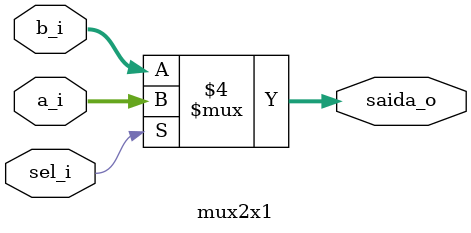
<source format=v>
module mux2x1

(
	a_i,
	b_i,
	sel_i,
	saida_o
);

localparam N = 7;

input wire [N-1:0]a_i;
input wire [N-1:0]b_i;
input wire sel_i;
output reg [N-1:0]saida_o;

always @(a_i or b_i or sel_i)begin
	if(sel_i == 1)
		saida_o <= a_i;
	else
		saida_o <= b_i;
	
end

endmodule

</source>
